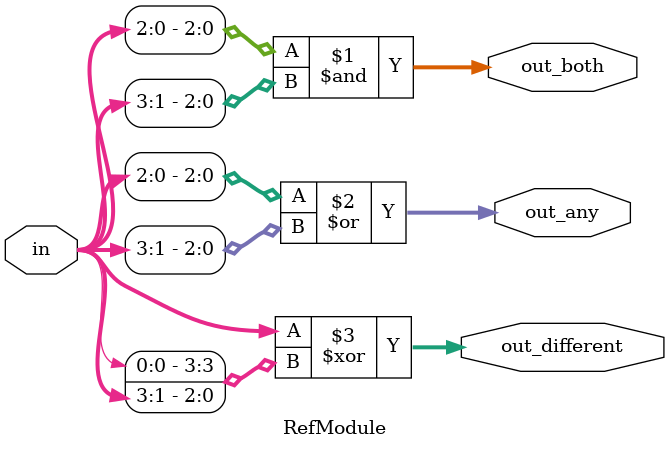
<source format=sv>

module RefModule (
  input [3:0] in,
  output [2:0] out_both,
  output [3:1] out_any,
  output [3:0] out_different
);

  assign out_both = in[2:0] & in[3:1];
  assign out_any = in[2:0] | in[3:1];
  assign out_different = in^{in[0], in[3:1]};

endmodule

</source>
